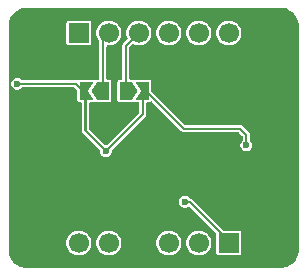
<source format=gbr>
%TF.GenerationSoftware,KiCad,Pcbnew,9.0.2*%
%TF.CreationDate,2025-06-17T22:54:35-04:00*%
%TF.ProjectId,SCH16TBreakout,53434831-3654-4427-9265-616b6f75742e,rev?*%
%TF.SameCoordinates,Original*%
%TF.FileFunction,Copper,L2,Bot*%
%TF.FilePolarity,Positive*%
%FSLAX46Y46*%
G04 Gerber Fmt 4.6, Leading zero omitted, Abs format (unit mm)*
G04 Created by KiCad (PCBNEW 9.0.2) date 2025-06-17 22:54:35*
%MOMM*%
%LPD*%
G01*
G04 APERTURE LIST*
G04 Aperture macros list*
%AMFreePoly0*
4,1,6,1.000000,0.000000,0.500000,-0.750000,-0.500000,-0.750000,-0.500000,0.750000,0.500000,0.750000,1.000000,0.000000,1.000000,0.000000,$1*%
%AMFreePoly1*
4,1,6,0.500000,-0.750000,-0.650000,-0.750000,-0.150000,0.000000,-0.650000,0.750000,0.500000,0.750000,0.500000,-0.750000,0.500000,-0.750000,$1*%
G04 Aperture macros list end*
%TA.AperFunction,ComponentPad*%
%ADD10C,3.500000*%
%TD*%
%TA.AperFunction,ComponentPad*%
%ADD11R,1.700000X1.700000*%
%TD*%
%TA.AperFunction,ComponentPad*%
%ADD12C,1.700000*%
%TD*%
%TA.AperFunction,SMDPad,CuDef*%
%ADD13FreePoly0,0.000000*%
%TD*%
%TA.AperFunction,SMDPad,CuDef*%
%ADD14FreePoly1,0.000000*%
%TD*%
%TA.AperFunction,SMDPad,CuDef*%
%ADD15FreePoly0,180.000000*%
%TD*%
%TA.AperFunction,SMDPad,CuDef*%
%ADD16FreePoly1,180.000000*%
%TD*%
%TA.AperFunction,ViaPad*%
%ADD17C,0.600000*%
%TD*%
%TA.AperFunction,Conductor*%
%ADD18C,0.200000*%
%TD*%
G04 APERTURE END LIST*
D10*
%TO.P,H3,1,1*%
%TO.N,GND*%
X45720000Y-50800000D03*
%TD*%
%TO.P,H2,1,1*%
%TO.N,GND*%
X45720000Y-68580000D03*
%TD*%
D11*
%TO.P,J1,1,Pin_1*%
%TO.N,unconnected-(J1-Pin_1-Pad1)*%
X29210000Y-50800000D03*
D12*
%TO.P,J1,2,Pin_2*%
%TO.N,/TA9*%
X31750000Y-50800000D03*
%TO.P,J1,3,Pin_3*%
%TO.N,/TA8*%
X34289999Y-50800000D03*
%TO.P,J1,4,Pin_4*%
%TO.N,/RST*%
X36830000Y-50800000D03*
%TO.P,J1,5,Pin_5*%
%TO.N,/MOSI*%
X39370000Y-50800000D03*
%TO.P,J1,6,Pin_6*%
%TO.N,/~{CS}*%
X41910000Y-50800000D03*
%TD*%
D11*
%TO.P,J2,1,Pin_1*%
%TO.N,/DRY*%
X41910000Y-68580000D03*
D12*
%TO.P,J2,2,Pin_2*%
%TO.N,/MISO*%
X39370000Y-68580000D03*
%TO.P,J2,3,Pin_3*%
%TO.N,/SCK*%
X36830001Y-68580000D03*
%TO.P,J2,4,Pin_4*%
%TO.N,GND*%
X34290000Y-68580000D03*
%TO.P,J2,5,Pin_5*%
%TO.N,unconnected-(J2-Pin_5-Pad5)*%
X31750000Y-68580000D03*
%TO.P,J2,6,Pin_6*%
%TO.N,+3V3*%
X29210000Y-68580000D03*
%TD*%
D10*
%TO.P,H1,1,1*%
%TO.N,GND*%
X25400000Y-68580000D03*
%TD*%
%TO.P,H4,1,1*%
%TO.N,GND*%
X25400000Y-50800000D03*
%TD*%
D13*
%TO.P,JP1,1,A*%
%TO.N,/TA8*%
X33175000Y-55700000D03*
D14*
%TO.P,JP1,2,B*%
%TO.N,+3V3*%
X34625000Y-55700000D03*
%TD*%
D15*
%TO.P,JP2,1,A*%
%TO.N,/TA9*%
X31249998Y-55700000D03*
D16*
%TO.P,JP2,2,B*%
%TO.N,+3V3*%
X29800000Y-55700000D03*
%TD*%
D17*
%TO.N,GND*%
X41900000Y-65000000D03*
X32700000Y-66500000D03*
X45400000Y-57000000D03*
X32600000Y-58400000D03*
X33300000Y-63800000D03*
X27900000Y-57300000D03*
X46900000Y-65900000D03*
X38900000Y-62600000D03*
X28800000Y-53700000D03*
X37500000Y-62400000D03*
X27900000Y-58600000D03*
X23800000Y-58000000D03*
X41800000Y-53700000D03*
X28500000Y-65400000D03*
X27600000Y-62100000D03*
X24500000Y-63400000D03*
%TO.N,+3V3*%
X24000000Y-55100000D03*
X31500000Y-60800000D03*
X43400000Y-60300000D03*
%TO.N,/DRY*%
X38200000Y-65100000D03*
%TD*%
D18*
%TO.N,+3V3*%
X34900000Y-55700000D02*
X34625000Y-55700000D01*
X43400000Y-59400000D02*
X42900000Y-58900000D01*
X29000000Y-55100000D02*
X24000000Y-55100000D01*
X42900000Y-58900000D02*
X38100000Y-58900000D01*
X29800000Y-55700000D02*
X29800000Y-59000000D01*
X43400000Y-60300000D02*
X43400000Y-59400000D01*
X29750000Y-59050000D02*
X29750000Y-55850000D01*
X38100000Y-58900000D02*
X34900000Y-55700000D01*
X31500000Y-60800000D02*
X29750000Y-59050000D01*
X29750000Y-55850000D02*
X29000000Y-55100000D01*
X34625000Y-55700000D02*
X34625000Y-57675000D01*
X34625000Y-57675000D02*
X31500000Y-60800000D01*
X29800000Y-59000000D02*
X29750000Y-59050000D01*
%TO.N,/TA9*%
X31249998Y-55700000D02*
X31249998Y-51300002D01*
X31249998Y-51300002D02*
X31750000Y-50800000D01*
%TO.N,/TA8*%
X33175000Y-51914999D02*
X34289999Y-50800000D01*
X33175000Y-55700000D02*
X33175000Y-51914999D01*
%TO.N,/DRY*%
X38204017Y-65095983D02*
X38595983Y-65095983D01*
X38200000Y-65100000D02*
X38204017Y-65095983D01*
X38595983Y-65095983D02*
X41910000Y-68410000D01*
X41910000Y-68410000D02*
X41910000Y-68580000D01*
%TD*%
%TA.AperFunction,Conductor*%
%TO.N,GND*%
G36*
X46263522Y-48660752D02*
G01*
X46290016Y-48662646D01*
X46480577Y-48676276D01*
X46494540Y-48678283D01*
X46703721Y-48723788D01*
X46717261Y-48727764D01*
X46917833Y-48802574D01*
X46930659Y-48808431D01*
X47118545Y-48911024D01*
X47130417Y-48918654D01*
X47301781Y-49046936D01*
X47312456Y-49056185D01*
X47463814Y-49207543D01*
X47473063Y-49218218D01*
X47601345Y-49389582D01*
X47608977Y-49401458D01*
X47711565Y-49589334D01*
X47717429Y-49602174D01*
X47792233Y-49802731D01*
X47796213Y-49816284D01*
X47841714Y-50025449D01*
X47843724Y-50039430D01*
X47859248Y-50256476D01*
X47859500Y-50263539D01*
X47859500Y-69116460D01*
X47859248Y-69123523D01*
X47843724Y-69340569D01*
X47841714Y-69354550D01*
X47796213Y-69563715D01*
X47792233Y-69577268D01*
X47717429Y-69777825D01*
X47711561Y-69790674D01*
X47608982Y-69978534D01*
X47601345Y-69990417D01*
X47473063Y-70161781D01*
X47463814Y-70172456D01*
X47312456Y-70323814D01*
X47301781Y-70333063D01*
X47130417Y-70461345D01*
X47118534Y-70468982D01*
X46930674Y-70571561D01*
X46917825Y-70577429D01*
X46717268Y-70652233D01*
X46703715Y-70656213D01*
X46494550Y-70701714D01*
X46480569Y-70703724D01*
X46263523Y-70719248D01*
X46256460Y-70719500D01*
X24863540Y-70719500D01*
X24856477Y-70719248D01*
X24639430Y-70703724D01*
X24625449Y-70701714D01*
X24416284Y-70656213D01*
X24402731Y-70652233D01*
X24202174Y-70577429D01*
X24189334Y-70571565D01*
X24001458Y-70468977D01*
X23989582Y-70461345D01*
X23818218Y-70333063D01*
X23807543Y-70323814D01*
X23656185Y-70172456D01*
X23646936Y-70161781D01*
X23518654Y-69990417D01*
X23511024Y-69978545D01*
X23408431Y-69790659D01*
X23402574Y-69777833D01*
X23327764Y-69577261D01*
X23323788Y-69563721D01*
X23278283Y-69354540D01*
X23276276Y-69340577D01*
X23260752Y-69123522D01*
X23260500Y-69116460D01*
X23260500Y-68476532D01*
X28159500Y-68476532D01*
X28159500Y-68683467D01*
X28199869Y-68886418D01*
X28279058Y-69077597D01*
X28307391Y-69120000D01*
X28394023Y-69249655D01*
X28540345Y-69395977D01*
X28712402Y-69510941D01*
X28903580Y-69590130D01*
X29106535Y-69630500D01*
X29106536Y-69630500D01*
X29313464Y-69630500D01*
X29313465Y-69630500D01*
X29516420Y-69590130D01*
X29707598Y-69510941D01*
X29879655Y-69395977D01*
X30025977Y-69249655D01*
X30140941Y-69077598D01*
X30220130Y-68886420D01*
X30260500Y-68683465D01*
X30260500Y-68476535D01*
X30260499Y-68476532D01*
X30699500Y-68476532D01*
X30699500Y-68683467D01*
X30739869Y-68886418D01*
X30819058Y-69077597D01*
X30847391Y-69120000D01*
X30934023Y-69249655D01*
X31080345Y-69395977D01*
X31252402Y-69510941D01*
X31443580Y-69590130D01*
X31646535Y-69630500D01*
X31646536Y-69630500D01*
X31853464Y-69630500D01*
X31853465Y-69630500D01*
X32056420Y-69590130D01*
X32247598Y-69510941D01*
X32419655Y-69395977D01*
X32565977Y-69249655D01*
X32680941Y-69077598D01*
X32760130Y-68886420D01*
X32800500Y-68683465D01*
X32800500Y-68476535D01*
X32800499Y-68476532D01*
X35779501Y-68476532D01*
X35779501Y-68683467D01*
X35819870Y-68886418D01*
X35899059Y-69077597D01*
X35927392Y-69120000D01*
X36014024Y-69249655D01*
X36160346Y-69395977D01*
X36332403Y-69510941D01*
X36523581Y-69590130D01*
X36726536Y-69630500D01*
X36726537Y-69630500D01*
X36933465Y-69630500D01*
X36933466Y-69630500D01*
X37136421Y-69590130D01*
X37327599Y-69510941D01*
X37499656Y-69395977D01*
X37645978Y-69249655D01*
X37760942Y-69077598D01*
X37840131Y-68886420D01*
X37880501Y-68683465D01*
X37880501Y-68476535D01*
X37880500Y-68476532D01*
X38319500Y-68476532D01*
X38319500Y-68683467D01*
X38359869Y-68886418D01*
X38439058Y-69077597D01*
X38467391Y-69120000D01*
X38554023Y-69249655D01*
X38700345Y-69395977D01*
X38872402Y-69510941D01*
X39063580Y-69590130D01*
X39266535Y-69630500D01*
X39266536Y-69630500D01*
X39473464Y-69630500D01*
X39473465Y-69630500D01*
X39676420Y-69590130D01*
X39867598Y-69510941D01*
X40039655Y-69395977D01*
X40185977Y-69249655D01*
X40300941Y-69077598D01*
X40380130Y-68886420D01*
X40420500Y-68683465D01*
X40420500Y-68476535D01*
X40380130Y-68273580D01*
X40300941Y-68082402D01*
X40185977Y-67910345D01*
X40039655Y-67764023D01*
X39959182Y-67710253D01*
X39867597Y-67649058D01*
X39676418Y-67569869D01*
X39473467Y-67529500D01*
X39473465Y-67529500D01*
X39266535Y-67529500D01*
X39266532Y-67529500D01*
X39063581Y-67569869D01*
X38872402Y-67649058D01*
X38700348Y-67764020D01*
X38554020Y-67910348D01*
X38439058Y-68082402D01*
X38359869Y-68273581D01*
X38319500Y-68476532D01*
X37880500Y-68476532D01*
X37840131Y-68273580D01*
X37760942Y-68082402D01*
X37645978Y-67910345D01*
X37499656Y-67764023D01*
X37419183Y-67710253D01*
X37327598Y-67649058D01*
X37136419Y-67569869D01*
X36933468Y-67529500D01*
X36933466Y-67529500D01*
X36726536Y-67529500D01*
X36726533Y-67529500D01*
X36523582Y-67569869D01*
X36332403Y-67649058D01*
X36160349Y-67764020D01*
X36014021Y-67910348D01*
X35899059Y-68082402D01*
X35819870Y-68273581D01*
X35779501Y-68476532D01*
X32800499Y-68476532D01*
X32760130Y-68273580D01*
X32680941Y-68082402D01*
X32565977Y-67910345D01*
X32419655Y-67764023D01*
X32339182Y-67710253D01*
X32247597Y-67649058D01*
X32056418Y-67569869D01*
X31853467Y-67529500D01*
X31853465Y-67529500D01*
X31646535Y-67529500D01*
X31646532Y-67529500D01*
X31443581Y-67569869D01*
X31252402Y-67649058D01*
X31080348Y-67764020D01*
X30934020Y-67910348D01*
X30819058Y-68082402D01*
X30739869Y-68273581D01*
X30699500Y-68476532D01*
X30260499Y-68476532D01*
X30220130Y-68273580D01*
X30140941Y-68082402D01*
X30025977Y-67910345D01*
X29879655Y-67764023D01*
X29799182Y-67710253D01*
X29707597Y-67649058D01*
X29516418Y-67569869D01*
X29313467Y-67529500D01*
X29313465Y-67529500D01*
X29106535Y-67529500D01*
X29106532Y-67529500D01*
X28903581Y-67569869D01*
X28712402Y-67649058D01*
X28540348Y-67764020D01*
X28394020Y-67910348D01*
X28279058Y-68082402D01*
X28199869Y-68273581D01*
X28159500Y-68476532D01*
X23260500Y-68476532D01*
X23260500Y-65034108D01*
X37699500Y-65034108D01*
X37699500Y-65165892D01*
X37729579Y-65278151D01*
X37733609Y-65293190D01*
X37799496Y-65407309D01*
X37799498Y-65407311D01*
X37799500Y-65407314D01*
X37892686Y-65500500D01*
X37892688Y-65500501D01*
X37892690Y-65500503D01*
X38006810Y-65566390D01*
X38006808Y-65566390D01*
X38006812Y-65566391D01*
X38006814Y-65566392D01*
X38134108Y-65600500D01*
X38134110Y-65600500D01*
X38265890Y-65600500D01*
X38265892Y-65600500D01*
X38393186Y-65566392D01*
X38393188Y-65566390D01*
X38393190Y-65566390D01*
X38484772Y-65513515D01*
X38544620Y-65500793D01*
X38600516Y-65525679D01*
X38604276Y-65529247D01*
X40830504Y-67755475D01*
X40858281Y-67809992D01*
X40859500Y-67825479D01*
X40859500Y-69449746D01*
X40859501Y-69449758D01*
X40871132Y-69508227D01*
X40871134Y-69508233D01*
X40908207Y-69563715D01*
X40915448Y-69574552D01*
X40981769Y-69618867D01*
X41026231Y-69627711D01*
X41040241Y-69630498D01*
X41040246Y-69630498D01*
X41040252Y-69630500D01*
X41040253Y-69630500D01*
X42779747Y-69630500D01*
X42779748Y-69630500D01*
X42838231Y-69618867D01*
X42904552Y-69574552D01*
X42948867Y-69508231D01*
X42960500Y-69449748D01*
X42960500Y-67710252D01*
X42948867Y-67651769D01*
X42904552Y-67585448D01*
X42904548Y-67585445D01*
X42838233Y-67541134D01*
X42838231Y-67541133D01*
X42838228Y-67541132D01*
X42838227Y-67541132D01*
X42779758Y-67529501D01*
X42779748Y-67529500D01*
X42779747Y-67529500D01*
X41495479Y-67529500D01*
X41437288Y-67510593D01*
X41425475Y-67500504D01*
X38780494Y-64855523D01*
X38780491Y-64855521D01*
X38780490Y-64855520D01*
X38778010Y-64854088D01*
X38711973Y-64815962D01*
X38711968Y-64815960D01*
X38635549Y-64795483D01*
X38631724Y-64794980D01*
X38576500Y-64768638D01*
X38574681Y-64766867D01*
X38507314Y-64699500D01*
X38507311Y-64699498D01*
X38507309Y-64699496D01*
X38393189Y-64633609D01*
X38393191Y-64633609D01*
X38343799Y-64620375D01*
X38265892Y-64599500D01*
X38134108Y-64599500D01*
X38056200Y-64620375D01*
X38006809Y-64633609D01*
X37892690Y-64699496D01*
X37799496Y-64792690D01*
X37733609Y-64906809D01*
X37733608Y-64906814D01*
X37699500Y-65034108D01*
X23260500Y-65034108D01*
X23260500Y-55034108D01*
X23499500Y-55034108D01*
X23499500Y-55165892D01*
X23529579Y-55278151D01*
X23533609Y-55293190D01*
X23599496Y-55407309D01*
X23599498Y-55407311D01*
X23599500Y-55407314D01*
X23692686Y-55500500D01*
X23692688Y-55500501D01*
X23692690Y-55500503D01*
X23806810Y-55566390D01*
X23806808Y-55566390D01*
X23806812Y-55566391D01*
X23806814Y-55566392D01*
X23934108Y-55600500D01*
X23934110Y-55600500D01*
X24065890Y-55600500D01*
X24065892Y-55600500D01*
X24193186Y-55566392D01*
X24193188Y-55566390D01*
X24193190Y-55566390D01*
X24307309Y-55500503D01*
X24307309Y-55500502D01*
X24307314Y-55500500D01*
X24378319Y-55429494D01*
X24432834Y-55401719D01*
X24448321Y-55400500D01*
X28834521Y-55400500D01*
X28892712Y-55419407D01*
X28904525Y-55429496D01*
X29065504Y-55590475D01*
X29093281Y-55644992D01*
X29094500Y-55660479D01*
X29094500Y-56450001D01*
X29099651Y-56495727D01*
X29139334Y-56578127D01*
X29210837Y-56635149D01*
X29300000Y-56655500D01*
X29350500Y-56655500D01*
X29408691Y-56674407D01*
X29444655Y-56723907D01*
X29449500Y-56754500D01*
X29449500Y-59089564D01*
X29469976Y-59165982D01*
X29469982Y-59165995D01*
X29480673Y-59184512D01*
X29480674Y-59184512D01*
X29509540Y-59234511D01*
X30970505Y-60695476D01*
X30998281Y-60749991D01*
X30999500Y-60765478D01*
X30999500Y-60865892D01*
X31029579Y-60978151D01*
X31033609Y-60993190D01*
X31099496Y-61107309D01*
X31099498Y-61107311D01*
X31099500Y-61107314D01*
X31192686Y-61200500D01*
X31192688Y-61200501D01*
X31192690Y-61200503D01*
X31306810Y-61266390D01*
X31306808Y-61266390D01*
X31306812Y-61266391D01*
X31306814Y-61266392D01*
X31434108Y-61300500D01*
X31434110Y-61300500D01*
X31565890Y-61300500D01*
X31565892Y-61300500D01*
X31693186Y-61266392D01*
X31693188Y-61266390D01*
X31693190Y-61266390D01*
X31807309Y-61200503D01*
X31807309Y-61200502D01*
X31807314Y-61200500D01*
X31900500Y-61107314D01*
X31966392Y-60993186D01*
X32000500Y-60865892D01*
X32000500Y-60765478D01*
X32019407Y-60707287D01*
X32029496Y-60695474D01*
X33394952Y-59330018D01*
X34865460Y-57859511D01*
X34905021Y-57790989D01*
X34925500Y-57714562D01*
X34925500Y-56754500D01*
X34944407Y-56696309D01*
X34993907Y-56660345D01*
X35024500Y-56655500D01*
X35124999Y-56655500D01*
X35125000Y-56655500D01*
X35170728Y-56650348D01*
X35253127Y-56610666D01*
X35253129Y-56610663D01*
X35257705Y-56607015D01*
X35314988Y-56585513D01*
X35373969Y-56601788D01*
X35389438Y-56614409D01*
X37859540Y-59084511D01*
X37859539Y-59084511D01*
X37915489Y-59140460D01*
X37984007Y-59180019D01*
X37984011Y-59180021D01*
X38060435Y-59200499D01*
X38060437Y-59200500D01*
X38060438Y-59200500D01*
X38139562Y-59200500D01*
X42734521Y-59200500D01*
X42792712Y-59219407D01*
X42804525Y-59229496D01*
X43070504Y-59495475D01*
X43098281Y-59549992D01*
X43099500Y-59565479D01*
X43099500Y-59851679D01*
X43080593Y-59909870D01*
X43070509Y-59921676D01*
X42999500Y-59992686D01*
X42999497Y-59992689D01*
X42999496Y-59992690D01*
X42933609Y-60106809D01*
X42933608Y-60106814D01*
X42899500Y-60234108D01*
X42899500Y-60365892D01*
X42929579Y-60478151D01*
X42933609Y-60493190D01*
X42999496Y-60607309D01*
X42999498Y-60607311D01*
X42999500Y-60607314D01*
X43092686Y-60700500D01*
X43092688Y-60700501D01*
X43092690Y-60700503D01*
X43206810Y-60766390D01*
X43206808Y-60766390D01*
X43206812Y-60766391D01*
X43206814Y-60766392D01*
X43334108Y-60800500D01*
X43334110Y-60800500D01*
X43465890Y-60800500D01*
X43465892Y-60800500D01*
X43593186Y-60766392D01*
X43593188Y-60766390D01*
X43593190Y-60766390D01*
X43707309Y-60700503D01*
X43707309Y-60700502D01*
X43707314Y-60700500D01*
X43800500Y-60607314D01*
X43866392Y-60493186D01*
X43900500Y-60365892D01*
X43900500Y-60234108D01*
X43866392Y-60106814D01*
X43866390Y-60106811D01*
X43866390Y-60106809D01*
X43800503Y-59992690D01*
X43800501Y-59992688D01*
X43800500Y-59992686D01*
X43729494Y-59921680D01*
X43701719Y-59867166D01*
X43700500Y-59851679D01*
X43700500Y-59360439D01*
X43700499Y-59360435D01*
X43692350Y-59330019D01*
X43692350Y-59330018D01*
X43680022Y-59284012D01*
X43680020Y-59284008D01*
X43640463Y-59215493D01*
X43640461Y-59215491D01*
X43640460Y-59215489D01*
X43084511Y-58659540D01*
X43084508Y-58659538D01*
X43015992Y-58619980D01*
X43015988Y-58619978D01*
X42939564Y-58599500D01*
X42939562Y-58599500D01*
X38265479Y-58599500D01*
X38207288Y-58580593D01*
X38195475Y-58570504D01*
X35359496Y-55734525D01*
X35331719Y-55680008D01*
X35330500Y-55664521D01*
X35330500Y-54950000D01*
X35325348Y-54904272D01*
X35285666Y-54821873D01*
X35275566Y-54813818D01*
X35214162Y-54764850D01*
X35125000Y-54744500D01*
X33975000Y-54744500D01*
X33974988Y-54744501D01*
X33901920Y-54757933D01*
X33901912Y-54757936D01*
X33882295Y-54771014D01*
X33823389Y-54787559D01*
X33774347Y-54769407D01*
X33774212Y-54769690D01*
X33771228Y-54768253D01*
X33766008Y-54766321D01*
X33765654Y-54766040D01*
X33764162Y-54764850D01*
X33675000Y-54744500D01*
X33574500Y-54744500D01*
X33516309Y-54725593D01*
X33480345Y-54676093D01*
X33475500Y-54645500D01*
X33475500Y-52080476D01*
X33494407Y-52022285D01*
X33504490Y-52010479D01*
X33739707Y-51775261D01*
X33794222Y-51747485D01*
X33847590Y-51753801D01*
X33983579Y-51810130D01*
X34186534Y-51850500D01*
X34186535Y-51850500D01*
X34393463Y-51850500D01*
X34393464Y-51850500D01*
X34596419Y-51810130D01*
X34787597Y-51730941D01*
X34959654Y-51615977D01*
X35105976Y-51469655D01*
X35220940Y-51297598D01*
X35300129Y-51106420D01*
X35340499Y-50903465D01*
X35340499Y-50696535D01*
X35340498Y-50696532D01*
X35779500Y-50696532D01*
X35779500Y-50903467D01*
X35819869Y-51106418D01*
X35899058Y-51297597D01*
X36014020Y-51469651D01*
X36014023Y-51469655D01*
X36160345Y-51615977D01*
X36332402Y-51730941D01*
X36523580Y-51810130D01*
X36726535Y-51850500D01*
X36726536Y-51850500D01*
X36933464Y-51850500D01*
X36933465Y-51850500D01*
X37136420Y-51810130D01*
X37327598Y-51730941D01*
X37499655Y-51615977D01*
X37645977Y-51469655D01*
X37760941Y-51297598D01*
X37840130Y-51106420D01*
X37880500Y-50903465D01*
X37880500Y-50696535D01*
X37880499Y-50696532D01*
X38319500Y-50696532D01*
X38319500Y-50903467D01*
X38359869Y-51106418D01*
X38439058Y-51297597D01*
X38554020Y-51469651D01*
X38554023Y-51469655D01*
X38700345Y-51615977D01*
X38872402Y-51730941D01*
X39063580Y-51810130D01*
X39266535Y-51850500D01*
X39266536Y-51850500D01*
X39473464Y-51850500D01*
X39473465Y-51850500D01*
X39676420Y-51810130D01*
X39867598Y-51730941D01*
X40039655Y-51615977D01*
X40185977Y-51469655D01*
X40300941Y-51297598D01*
X40380130Y-51106420D01*
X40420500Y-50903465D01*
X40420500Y-50696535D01*
X40420499Y-50696532D01*
X40859500Y-50696532D01*
X40859500Y-50903467D01*
X40899869Y-51106418D01*
X40979058Y-51297597D01*
X41094020Y-51469651D01*
X41094023Y-51469655D01*
X41240345Y-51615977D01*
X41412402Y-51730941D01*
X41603580Y-51810130D01*
X41806535Y-51850500D01*
X41806536Y-51850500D01*
X42013464Y-51850500D01*
X42013465Y-51850500D01*
X42216420Y-51810130D01*
X42407598Y-51730941D01*
X42579655Y-51615977D01*
X42725977Y-51469655D01*
X42840941Y-51297598D01*
X42920130Y-51106420D01*
X42960500Y-50903465D01*
X42960500Y-50696535D01*
X42920130Y-50493580D01*
X42840941Y-50302402D01*
X42725977Y-50130345D01*
X42579655Y-49984023D01*
X42499182Y-49930253D01*
X42407597Y-49869058D01*
X42216418Y-49789869D01*
X42013467Y-49749500D01*
X42013465Y-49749500D01*
X41806535Y-49749500D01*
X41806532Y-49749500D01*
X41603581Y-49789869D01*
X41412402Y-49869058D01*
X41240348Y-49984020D01*
X41094020Y-50130348D01*
X40979058Y-50302402D01*
X40899869Y-50493581D01*
X40859500Y-50696532D01*
X40420499Y-50696532D01*
X40380130Y-50493580D01*
X40300941Y-50302402D01*
X40185977Y-50130345D01*
X40039655Y-49984023D01*
X39959182Y-49930253D01*
X39867597Y-49869058D01*
X39676418Y-49789869D01*
X39473467Y-49749500D01*
X39473465Y-49749500D01*
X39266535Y-49749500D01*
X39266532Y-49749500D01*
X39063581Y-49789869D01*
X38872402Y-49869058D01*
X38700348Y-49984020D01*
X38554020Y-50130348D01*
X38439058Y-50302402D01*
X38359869Y-50493581D01*
X38319500Y-50696532D01*
X37880499Y-50696532D01*
X37840130Y-50493580D01*
X37760941Y-50302402D01*
X37645977Y-50130345D01*
X37499655Y-49984023D01*
X37419182Y-49930253D01*
X37327597Y-49869058D01*
X37136418Y-49789869D01*
X36933467Y-49749500D01*
X36933465Y-49749500D01*
X36726535Y-49749500D01*
X36726532Y-49749500D01*
X36523581Y-49789869D01*
X36332402Y-49869058D01*
X36160348Y-49984020D01*
X36014020Y-50130348D01*
X35899058Y-50302402D01*
X35819869Y-50493581D01*
X35779500Y-50696532D01*
X35340498Y-50696532D01*
X35300129Y-50493580D01*
X35220940Y-50302402D01*
X35105976Y-50130345D01*
X34959654Y-49984023D01*
X34879181Y-49930253D01*
X34787596Y-49869058D01*
X34596417Y-49789869D01*
X34393466Y-49749500D01*
X34393464Y-49749500D01*
X34186534Y-49749500D01*
X34186531Y-49749500D01*
X33983580Y-49789869D01*
X33792401Y-49869058D01*
X33620347Y-49984020D01*
X33474019Y-50130348D01*
X33359057Y-50302402D01*
X33279868Y-50493581D01*
X33239499Y-50696532D01*
X33239499Y-50903467D01*
X33279868Y-51106418D01*
X33336195Y-51242402D01*
X33340996Y-51303399D01*
X33314735Y-51350291D01*
X32990489Y-51674538D01*
X32934539Y-51730488D01*
X32894980Y-51799006D01*
X32894978Y-51799010D01*
X32874500Y-51875434D01*
X32874500Y-54645500D01*
X32855593Y-54703691D01*
X32806093Y-54739655D01*
X32775500Y-54744500D01*
X32674998Y-54744500D01*
X32629272Y-54749651D01*
X32546872Y-54789334D01*
X32489850Y-54860837D01*
X32469500Y-54950000D01*
X32469500Y-56450001D01*
X32474651Y-56495727D01*
X32514334Y-56578127D01*
X32585837Y-56635149D01*
X32675000Y-56655500D01*
X33675009Y-56655500D01*
X33688115Y-56654941D01*
X33692487Y-56654755D01*
X33779595Y-56626890D01*
X33779595Y-56626889D01*
X33790219Y-56623491D01*
X33790930Y-56625715D01*
X33835603Y-56615728D01*
X33875125Y-56631684D01*
X33875788Y-56630310D01*
X33885836Y-56635149D01*
X33975000Y-56655500D01*
X34225500Y-56655500D01*
X34283691Y-56674407D01*
X34319655Y-56723907D01*
X34324500Y-56754500D01*
X34324500Y-57509520D01*
X34305593Y-57567711D01*
X34295504Y-57579524D01*
X31604524Y-60270504D01*
X31597406Y-60274130D01*
X31592711Y-60280593D01*
X31570662Y-60287756D01*
X31550007Y-60298281D01*
X31534520Y-60299500D01*
X31465479Y-60299500D01*
X31407288Y-60280593D01*
X31395475Y-60270504D01*
X30129496Y-59004525D01*
X30101719Y-58950008D01*
X30100500Y-58934521D01*
X30100500Y-56754500D01*
X30119407Y-56696309D01*
X30168907Y-56660345D01*
X30199500Y-56655500D01*
X30450000Y-56655500D01*
X30450011Y-56655498D01*
X30478026Y-56650348D01*
X30523085Y-56642065D01*
X30542700Y-56628987D01*
X30601606Y-56612440D01*
X30650650Y-56630591D01*
X30650786Y-56630310D01*
X30653761Y-56631743D01*
X30658987Y-56633677D01*
X30659344Y-56633960D01*
X30660835Y-56635149D01*
X30749998Y-56655500D01*
X31749997Y-56655500D01*
X31749998Y-56655500D01*
X31795726Y-56650348D01*
X31878125Y-56610666D01*
X31935147Y-56539163D01*
X31955498Y-56450000D01*
X31955498Y-54950000D01*
X31950346Y-54904272D01*
X31910664Y-54821873D01*
X31900564Y-54813818D01*
X31839160Y-54764850D01*
X31749998Y-54744500D01*
X31649498Y-54744500D01*
X31591307Y-54725593D01*
X31555343Y-54676093D01*
X31550498Y-54645500D01*
X31550498Y-51949500D01*
X31569405Y-51891309D01*
X31618905Y-51855345D01*
X31649498Y-51850500D01*
X31853464Y-51850500D01*
X31853465Y-51850500D01*
X32056420Y-51810130D01*
X32247598Y-51730941D01*
X32419655Y-51615977D01*
X32565977Y-51469655D01*
X32680941Y-51297598D01*
X32760130Y-51106420D01*
X32800500Y-50903465D01*
X32800500Y-50696535D01*
X32760130Y-50493580D01*
X32680941Y-50302402D01*
X32565977Y-50130345D01*
X32419655Y-49984023D01*
X32339182Y-49930253D01*
X32247597Y-49869058D01*
X32056418Y-49789869D01*
X31853467Y-49749500D01*
X31853465Y-49749500D01*
X31646535Y-49749500D01*
X31646532Y-49749500D01*
X31443581Y-49789869D01*
X31252402Y-49869058D01*
X31080348Y-49984020D01*
X30934020Y-50130348D01*
X30819058Y-50302402D01*
X30739869Y-50493581D01*
X30699500Y-50696532D01*
X30699500Y-50903467D01*
X30739869Y-51106418D01*
X30819058Y-51297597D01*
X30932814Y-51467845D01*
X30949498Y-51522846D01*
X30949498Y-54645500D01*
X30930591Y-54703691D01*
X30881091Y-54739655D01*
X30850498Y-54744500D01*
X30749989Y-54744500D01*
X30732513Y-54745244D01*
X30732510Y-54745244D01*
X30634779Y-54776508D01*
X30634067Y-54774285D01*
X30589375Y-54784268D01*
X30549873Y-54768316D01*
X30549212Y-54769690D01*
X30539163Y-54764850D01*
X30450000Y-54744500D01*
X29300000Y-54744500D01*
X29299998Y-54744500D01*
X29254272Y-54749651D01*
X29171872Y-54789334D01*
X29168127Y-54792321D01*
X29110842Y-54813818D01*
X29080779Y-54810544D01*
X29039564Y-54799500D01*
X29039562Y-54799500D01*
X24448321Y-54799500D01*
X24390130Y-54780593D01*
X24378323Y-54770509D01*
X24307314Y-54699500D01*
X24307311Y-54699498D01*
X24307309Y-54699496D01*
X24193189Y-54633609D01*
X24193191Y-54633609D01*
X24143799Y-54620375D01*
X24065892Y-54599500D01*
X23934108Y-54599500D01*
X23856200Y-54620375D01*
X23806809Y-54633609D01*
X23692690Y-54699496D01*
X23599496Y-54792690D01*
X23533609Y-54906809D01*
X23533608Y-54906814D01*
X23499500Y-55034108D01*
X23260500Y-55034108D01*
X23260500Y-50263539D01*
X23260752Y-50256477D01*
X23270885Y-50114796D01*
X23276276Y-50039420D01*
X23278283Y-50025461D01*
X23298994Y-49930253D01*
X28159500Y-49930253D01*
X28159500Y-51669746D01*
X28159501Y-51669758D01*
X28171132Y-51728227D01*
X28171134Y-51728233D01*
X28183998Y-51747485D01*
X28215448Y-51794552D01*
X28281769Y-51838867D01*
X28326231Y-51847711D01*
X28340241Y-51850498D01*
X28340246Y-51850498D01*
X28340252Y-51850500D01*
X28340253Y-51850500D01*
X30079747Y-51850500D01*
X30079748Y-51850500D01*
X30138231Y-51838867D01*
X30204552Y-51794552D01*
X30248867Y-51728231D01*
X30260500Y-51669748D01*
X30260500Y-49930252D01*
X30248867Y-49871769D01*
X30204552Y-49805448D01*
X30200486Y-49802731D01*
X30138233Y-49761134D01*
X30138231Y-49761133D01*
X30138228Y-49761132D01*
X30138227Y-49761132D01*
X30079758Y-49749501D01*
X30079748Y-49749500D01*
X28340252Y-49749500D01*
X28340251Y-49749500D01*
X28340241Y-49749501D01*
X28281772Y-49761132D01*
X28281766Y-49761134D01*
X28215451Y-49805445D01*
X28215445Y-49805451D01*
X28171134Y-49871766D01*
X28171132Y-49871772D01*
X28159501Y-49930241D01*
X28159500Y-49930253D01*
X23298994Y-49930253D01*
X23323788Y-49816274D01*
X23327762Y-49802741D01*
X23402576Y-49602160D01*
X23408428Y-49589345D01*
X23511027Y-49401448D01*
X23518654Y-49389582D01*
X23646936Y-49218218D01*
X23656178Y-49207550D01*
X23807550Y-49056178D01*
X23818218Y-49046936D01*
X23989582Y-48918654D01*
X24001448Y-48911027D01*
X24189345Y-48808428D01*
X24202160Y-48802576D01*
X24402741Y-48727762D01*
X24416274Y-48723788D01*
X24625461Y-48678283D01*
X24639420Y-48676276D01*
X24832193Y-48662488D01*
X24856478Y-48660752D01*
X24863540Y-48660500D01*
X24917583Y-48660500D01*
X46202417Y-48660500D01*
X46256460Y-48660500D01*
X46263522Y-48660752D01*
G37*
%TD.AperFunction*%
%TD*%
M02*

</source>
